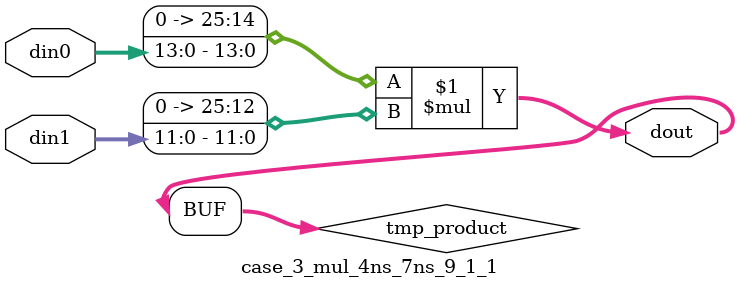
<source format=v>

`timescale 1 ns / 1 ps

 (* use_dsp = "no" *)  module case_3_mul_4ns_7ns_9_1_1(din0, din1, dout);
parameter ID = 1;
parameter NUM_STAGE = 0;
parameter din0_WIDTH = 14;
parameter din1_WIDTH = 12;
parameter dout_WIDTH = 26;

input [din0_WIDTH - 1 : 0] din0; 
input [din1_WIDTH - 1 : 0] din1; 
output [dout_WIDTH - 1 : 0] dout;

wire signed [dout_WIDTH - 1 : 0] tmp_product;
























assign tmp_product = $signed({1'b0, din0}) * $signed({1'b0, din1});











assign dout = tmp_product;





















endmodule

</source>
